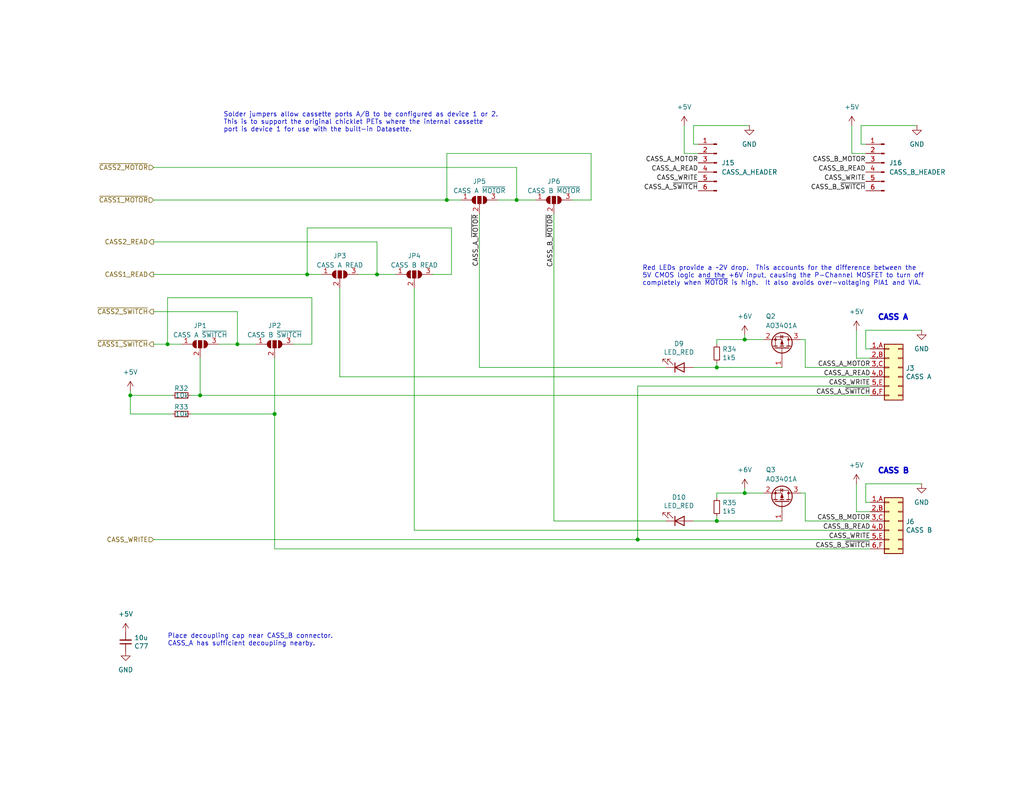
<source format=kicad_sch>
(kicad_sch (version 20231120) (generator "eeschema") (generator_version "8.0")
  (paper "A")
  (title_block (title "EconoPET 40/8096") (date "2023-10-01") (rev "A"))
  (lib_symbols
    (symbol "Connector:Conn_01x06_Pin" (pin_names (offset 1.016) hide)
      (property "Reference" "J" (at 0 7.62 0))
      (property "Value" "Conn_01x06_Pin" (at 0 -10.16 0))
      (symbol "Conn_01x06_Pin_1_1"
        (polyline (pts (xy 1.27 -7.62) (xy 0.8636 -7.62)) (stroke (width 0.1524)))
        (polyline (pts (xy 1.27 -5.08) (xy 0.8636 -5.08)) (stroke (width 0.1524)))
        (polyline (pts (xy 1.27 -2.54) (xy 0.8636 -2.54)) (stroke (width 0.1524)))
        (polyline (pts (xy 1.27 0) (xy 0.8636 0)) (stroke (width 0.1524)))
        (polyline (pts (xy 1.27 2.54) (xy 0.8636 2.54)) (stroke (width 0.1524)))
        (polyline (pts (xy 1.27 5.08) (xy 0.8636 5.08)) (stroke (width 0.1524)))
        (rectangle (start 0.8636 -7.493) (end 0 -7.747) (stroke (width 0.1524)) (fill (type outline)))
        (rectangle (start 0.8636 -4.953) (end 0 -5.207) (stroke (width 0.1524)) (fill (type outline)))
        (rectangle (start 0.8636 -2.413) (end 0 -2.667) (stroke (width 0.1524)) (fill (type outline)))
        (rectangle (start 0.8636 0.127) (end 0 -0.127) (stroke (width 0.1524)) (fill (type outline)))
        (rectangle (start 0.8636 2.667) (end 0 2.413) (stroke (width 0.1524)) (fill (type outline)))
        (rectangle (start 0.8636 5.207) (end 0 4.953) (stroke (width 0.1524)) (fill (type outline)))
        (pin passive line (at 5.08 5.08 180) (length 3.81) (name "Pin_1") (number "1"))
        (pin passive line (at 5.08 2.54 180) (length 3.81) (name "Pin_2") (number "2"))
        (pin passive line (at 5.08 0 180) (length 3.81) (name "Pin_3") (number "3"))
        (pin passive line (at 5.08 -2.54 180) (length 3.81) (name "Pin_4") (number "4"))
        (pin passive line (at 5.08 -5.08 180) (length 3.81) (name "Pin_5") (number "5"))
        (pin passive line (at 5.08 -7.62 180) (length 3.81) (name "Pin_6") (number "6"))
      )
    )
    (symbol "Device:C_Small" (pin_numbers hide) (pin_names (offset 0.254) hide)
      (property "Reference" "C" (at 0.254 1.778 0))
      (property "Value" "C_Small" (at 0.254 -2.032 0))
      (symbol "C_Small_0_1"
        (polyline (pts (xy -1.524 -0.508) (xy 1.524 -0.508)) (stroke (width 0.3302)))
        (polyline (pts (xy -1.524 0.508) (xy 1.524 0.508)) (stroke (width 0.3048)))
      )
      (symbol "C_Small_1_1"
        (pin passive line (at 0 2.54 270) (length 2.032) (name "~") (number "1"))
        (pin passive line (at 0 -2.54 90) (length 2.032) (name "~") (number "2"))
      )
    )
    (symbol "Device:LED" (pin_numbers hide) (pin_names (offset 1.016) hide)
      (property "Reference" "D" (at 0 2.54 0))
      (property "Value" "LED" (at 0 -2.54 0))
      (symbol "LED_0_1"
        (polyline (pts (xy -1.27 -1.27) (xy -1.27 1.27)) (stroke (width 0.254)))
        (polyline (pts (xy -1.27 0) (xy 1.27 0)))
        (polyline (pts (xy 1.27 -1.27) (xy 1.27 1.27) (xy -1.27 0) (xy 1.27 -1.27)) (stroke (width 0.254)))
        (polyline (pts (xy -3.048 -0.762) (xy -4.572 -2.286) (xy -3.81 -2.286) (xy -4.572 -2.286) (xy -4.572 -1.524)))
        (polyline (pts (xy -1.778 -0.762) (xy -3.302 -2.286) (xy -2.54 -2.286) (xy -3.302 -2.286) (xy -3.302 -1.524)))
      )
      (symbol "LED_1_1"
        (pin passive line (at -3.81 0 0) (length 2.54) (name "K") (number "1"))
        (pin passive line (at 3.81 0 180) (length 2.54) (name "A") (number "2"))
      )
    )
    (symbol "Device:R_Small" (pin_numbers hide) (pin_names (offset 0.254) hide)
      (property "Reference" "R" (at 0.762 0.508 0))
      (property "Value" "R_Small" (at 0.762 -1.016 0))
      (symbol "R_Small_0_1"
        (rectangle (start -0.762 1.778) (end 0.762 -1.778) (stroke (width 0.2032)))
      )
      (symbol "R_Small_1_1"
        (pin passive line (at 0 2.54 270) (length 0.762) (name "~") (number "1"))
        (pin passive line (at 0 -2.54 90) (length 0.762) (name "~") (number "2"))
      )
    )
    (symbol "EconoPET:CBM_PET_CASS_Conn_01x06_Card_Edge" (pin_names (offset 1.016) hide)
      (property "Reference" "J" (at 4.572 -0.2032 0))
      (property "Value" "CASS" (at 4.572 -2.5146 0))
      (symbol "CBM_PET_CASS_Conn_01x06_Card_Edge_1_1"
        (rectangle (start -1.27 -7.493) (end 0 -7.747) (stroke (width 0.1524)))
        (rectangle (start -1.27 -4.953) (end 0 -5.207) (stroke (width 0.1524)))
        (rectangle (start -1.27 -2.413) (end 0 -2.667) (stroke (width 0.1524)))
        (rectangle (start -1.27 0.127) (end 0 -0.127) (stroke (width 0.1524)))
        (rectangle (start -1.27 2.667) (end 0 2.413) (stroke (width 0.1524)))
        (rectangle (start -1.27 5.207) (end 0 4.953) (stroke (width 0.1524)))
        (rectangle (start -1.27 6.35) (end 3.81 -8.89) (stroke (width 0.254)) (fill (type background)))
        (rectangle (start 3.81 -7.493) (end 2.54 -7.747) (stroke (width 0.1524)))
        (rectangle (start 3.81 -4.953) (end 2.54 -5.207) (stroke (width 0.1524)))
        (rectangle (start 3.81 -2.413) (end 2.54 -2.667) (stroke (width 0.1524)))
        (rectangle (start 3.81 0.127) (end 2.54 -0.127) (stroke (width 0.1524)))
        (rectangle (start 3.81 2.667) (end 2.54 2.413) (stroke (width 0.1524)))
        (rectangle (start 3.81 5.207) (end 2.54 4.953) (stroke (width 0.1524)))
        (pin passive line (at -5.08 5.08 0) (length 3.81) (name "GND") (number "1,A"))
        (pin passive line (at -5.08 2.54 0) (length 3.81) (name "+5V") (number "2,B"))
        (pin passive line (at -5.08 0 0) (length 3.81) (name "MOTOR") (number "3,C"))
        (pin passive line (at -5.08 -2.54 0) (length 3.81) (name "READ") (number "4,D"))
        (pin passive line (at -5.08 -5.08 0) (length 3.81) (name "WRITE") (number "5,E"))
        (pin passive line (at -5.08 -7.62 0) (length 3.81) (name "SWITCH") (number "6,F"))
      )
    )
    (symbol "Jumper:SolderJumper_3_Open" (pin_names (offset 0) hide)
      (property "Reference" "JP" (at -2.54 -2.54 0))
      (property "Value" "SolderJumper_3_Open" (at 0 2.794 0))
      (symbol "SolderJumper_3_Open_0_1"
        (arc (start -1.016 1.016) (mid -2.0275 0) (end -1.016 -1.016))
        (arc (start -1.016 1.016) (mid -2.0275 0) (end -1.016 -1.016) (fill (type outline)))
        (rectangle (start -0.508 1.016) (end 0.508 -1.016) (fill (type outline)))
        (polyline (pts (xy -2.54 0) (xy -2.032 0)))
        (polyline (pts (xy -1.016 1.016) (xy -1.016 -1.016)))
        (polyline (pts (xy 0 -1.27) (xy 0 -1.016)))
        (polyline (pts (xy 1.016 1.016) (xy 1.016 -1.016)))
        (polyline (pts (xy 2.54 0) (xy 2.032 0)))
        (arc (start 1.016 -1.016) (mid 2.0275 0) (end 1.016 1.016))
        (arc (start 1.016 -1.016) (mid 2.0275 0) (end 1.016 1.016) (fill (type outline)))
      )
      (symbol "SolderJumper_3_Open_1_1"
        (pin passive line (at -5.08 0 0) (length 2.54) (name "A") (number "1"))
        (pin passive line (at 0 -3.81 90) (length 2.54) (name "C") (number "2"))
        (pin passive line (at 5.08 0 180) (length 2.54) (name "B") (number "3"))
      )
    )
    (symbol "SolderJumper_3_Open_1" (pin_names (offset 0) hide)
      (property "Reference" "JP" (at -2.54 -2.54 0))
      (property "Value" "SolderJumper_3_Open_1" (at 0 2.794 0))
      (symbol "SolderJumper_3_Open_1_0_1"
        (arc (start -1.016 1.016) (mid -2.0275 0) (end -1.016 -1.016))
        (arc (start -1.016 1.016) (mid -2.0275 0) (end -1.016 -1.016) (fill (type outline)))
        (rectangle (start -0.508 1.016) (end 0.508 -1.016) (fill (type outline)))
        (polyline (pts (xy -2.54 0) (xy -2.032 0)))
        (polyline (pts (xy -1.016 1.016) (xy -1.016 -1.016)))
        (polyline (pts (xy 0 -1.27) (xy 0 -1.016)))
        (polyline (pts (xy 1.016 1.016) (xy 1.016 -1.016)))
        (polyline (pts (xy 2.54 0) (xy 2.032 0)))
        (arc (start 1.016 -1.016) (mid 2.0275 0) (end 1.016 1.016))
        (arc (start 1.016 -1.016) (mid 2.0275 0) (end 1.016 1.016) (fill (type outline)))
      )
      (symbol "SolderJumper_3_Open_1_1_1"
        (pin passive line (at -5.08 0 0) (length 2.54) (name "A") (number "1"))
        (pin passive line (at 0 -3.81 90) (length 2.54) (name "C") (number "2"))
        (pin passive line (at 5.08 0 180) (length 2.54) (name "B") (number "3"))
      )
    )
    (symbol "SolderJumper_3_Open_2" (pin_names (offset 0) hide)
      (property "Reference" "JP" (at -2.54 -2.54 0))
      (property "Value" "SolderJumper_3_Open_2" (at 0 2.794 0))
      (symbol "SolderJumper_3_Open_2_0_1"
        (arc (start -1.016 1.016) (mid -2.0275 0) (end -1.016 -1.016))
        (arc (start -1.016 1.016) (mid -2.0275 0) (end -1.016 -1.016) (fill (type outline)))
        (rectangle (start -0.508 1.016) (end 0.508 -1.016) (fill (type outline)))
        (polyline (pts (xy -2.54 0) (xy -2.032 0)))
        (polyline (pts (xy -1.016 1.016) (xy -1.016 -1.016)))
        (polyline (pts (xy 0 -1.27) (xy 0 -1.016)))
        (polyline (pts (xy 1.016 1.016) (xy 1.016 -1.016)))
        (polyline (pts (xy 2.54 0) (xy 2.032 0)))
        (arc (start 1.016 -1.016) (mid 2.0275 0) (end 1.016 1.016))
        (arc (start 1.016 -1.016) (mid 2.0275 0) (end 1.016 1.016) (fill (type outline)))
      )
      (symbol "SolderJumper_3_Open_2_1_1"
        (pin passive line (at -5.08 0 0) (length 2.54) (name "A") (number "1"))
        (pin passive line (at 0 -3.81 90) (length 2.54) (name "C") (number "2"))
        (pin passive line (at 5.08 0 180) (length 2.54) (name "B") (number "3"))
      )
    )
    (symbol "SolderJumper_3_Open_3" (pin_names (offset 0) hide)
      (property "Reference" "JP" (at -2.54 -2.54 0))
      (property "Value" "SolderJumper_3_Open_3" (at 0 2.794 0))
      (symbol "SolderJumper_3_Open_3_0_1"
        (arc (start -1.016 1.016) (mid -2.0275 0) (end -1.016 -1.016))
        (arc (start -1.016 1.016) (mid -2.0275 0) (end -1.016 -1.016) (fill (type outline)))
        (rectangle (start -0.508 1.016) (end 0.508 -1.016) (fill (type outline)))
        (polyline (pts (xy -2.54 0) (xy -2.032 0)))
        (polyline (pts (xy -1.016 1.016) (xy -1.016 -1.016)))
        (polyline (pts (xy 0 -1.27) (xy 0 -1.016)))
        (polyline (pts (xy 1.016 1.016) (xy 1.016 -1.016)))
        (polyline (pts (xy 2.54 0) (xy 2.032 0)))
        (arc (start 1.016 -1.016) (mid 2.0275 0) (end 1.016 1.016))
        (arc (start 1.016 -1.016) (mid 2.0275 0) (end 1.016 1.016) (fill (type outline)))
      )
      (symbol "SolderJumper_3_Open_3_1_1"
        (pin passive line (at -5.08 0 0) (length 2.54) (name "A") (number "1"))
        (pin passive line (at 0 -3.81 90) (length 2.54) (name "C") (number "2"))
        (pin passive line (at 5.08 0 180) (length 2.54) (name "B") (number "3"))
      )
    )
    (symbol "SolderJumper_3_Open_4" (pin_names (offset 0) hide)
      (property "Reference" "JP" (at -2.54 -2.54 0))
      (property "Value" "SolderJumper_3_Open_4" (at 0 2.794 0))
      (symbol "SolderJumper_3_Open_4_0_1"
        (arc (start -1.016 1.016) (mid -2.0275 0) (end -1.016 -1.016))
        (arc (start -1.016 1.016) (mid -2.0275 0) (end -1.016 -1.016) (fill (type outline)))
        (rectangle (start -0.508 1.016) (end 0.508 -1.016) (fill (type outline)))
        (polyline (pts (xy -2.54 0) (xy -2.032 0)))
        (polyline (pts (xy -1.016 1.016) (xy -1.016 -1.016)))
        (polyline (pts (xy 0 -1.27) (xy 0 -1.016)))
        (polyline (pts (xy 1.016 1.016) (xy 1.016 -1.016)))
        (polyline (pts (xy 2.54 0) (xy 2.032 0)))
        (arc (start 1.016 -1.016) (mid 2.0275 0) (end 1.016 1.016))
        (arc (start 1.016 -1.016) (mid 2.0275 0) (end 1.016 1.016) (fill (type outline)))
      )
      (symbol "SolderJumper_3_Open_4_1_1"
        (pin passive line (at -5.08 0 0) (length 2.54) (name "A") (number "1"))
        (pin passive line (at 0 -3.81 90) (length 2.54) (name "C") (number "2"))
        (pin passive line (at 5.08 0 180) (length 2.54) (name "B") (number "3"))
      )
    )
    (symbol "SolderJumper_3_Open_5" (pin_names (offset 0) hide)
      (property "Reference" "JP" (at -2.54 -2.54 0))
      (property "Value" "SolderJumper_3_Open_5" (at 0 2.794 0))
      (symbol "SolderJumper_3_Open_5_0_1"
        (arc (start -1.016 1.016) (mid -2.0275 0) (end -1.016 -1.016))
        (arc (start -1.016 1.016) (mid -2.0275 0) (end -1.016 -1.016) (fill (type outline)))
        (rectangle (start -0.508 1.016) (end 0.508 -1.016) (fill (type outline)))
        (polyline (pts (xy -2.54 0) (xy -2.032 0)))
        (polyline (pts (xy -1.016 1.016) (xy -1.016 -1.016)))
        (polyline (pts (xy 0 -1.27) (xy 0 -1.016)))
        (polyline (pts (xy 1.016 1.016) (xy 1.016 -1.016)))
        (polyline (pts (xy 2.54 0) (xy 2.032 0)))
        (arc (start 1.016 -1.016) (mid 2.0275 0) (end 1.016 1.016))
        (arc (start 1.016 -1.016) (mid 2.0275 0) (end 1.016 1.016) (fill (type outline)))
      )
      (symbol "SolderJumper_3_Open_5_1_1"
        (pin passive line (at -5.08 0 0) (length 2.54) (name "A") (number "1"))
        (pin passive line (at 0 -3.81 90) (length 2.54) (name "C") (number "2"))
        (pin passive line (at 5.08 0 180) (length 2.54) (name "B") (number "3"))
      )
    )
    (symbol "Transistor_FET:AO3401A" (pin_names hide)
      (property "Reference" "Q" (at 5.08 1.905 0))
      (property "Value" "AO3401A" (at 5.08 0 0))
      (symbol "AO3401A_0_1"
        (polyline (pts (xy 0.254 0) (xy -2.54 0)))
        (polyline (pts (xy 0.254 1.905) (xy 0.254 -1.905)) (stroke (width 0.254)))
        (polyline (pts (xy 0.762 -1.27) (xy 0.762 -2.286)) (stroke (width 0.254)))
        (polyline (pts (xy 0.762 0.508) (xy 0.762 -0.508)) (stroke (width 0.254)))
        (polyline (pts (xy 0.762 2.286) (xy 0.762 1.27)) (stroke (width 0.254)))
        (polyline (pts (xy 2.54 2.54) (xy 2.54 1.778)))
        (polyline (pts (xy 2.54 -2.54) (xy 2.54 0) (xy 0.762 0)))
        (polyline (pts (xy 0.762 1.778) (xy 3.302 1.778) (xy 3.302 -1.778) (xy 0.762 -1.778)))
        (polyline (pts (xy 2.286 0) (xy 1.27 0.381) (xy 1.27 -0.381) (xy 2.286 0)) (fill (type outline)))
        (polyline (pts (xy 2.794 -0.508) (xy 2.921 -0.381) (xy 3.683 -0.381) (xy 3.81 -0.254)))
        (polyline (pts (xy 3.302 -0.381) (xy 2.921 0.254) (xy 3.683 0.254) (xy 3.302 -0.381)))
        (circle (center 1.651 0) (radius 2.794) (stroke (width 0.254)))
        (circle (center 2.54 -1.778) (radius 0.254) (fill (type outline)))
        (circle (center 2.54 1.778) (radius 0.254) (fill (type outline)))
      )
      (symbol "AO3401A_1_1"
        (pin input line (at -5.08 0 0) (length 2.54) (name "G") (number "1"))
        (pin passive line (at 2.54 -5.08 90) (length 2.54) (name "S") (number "2"))
        (pin passive line (at 2.54 5.08 270) (length 2.54) (name "D") (number "3"))
      )
    )
    (symbol "power:+5V" (power) (pin_numbers hide) (pin_names (offset 0) hide)
      (property "Value" "+5V" (at 0 3.556 0))
      (symbol "+5V_0_1"
        (polyline (pts (xy -0.762 1.27) (xy 0 2.54)))
        (polyline (pts (xy 0 0) (xy 0 2.54)))
        (polyline (pts (xy 0 2.54) (xy 0.762 1.27)))
      )
      (symbol "+5V_1_1"
        (pin power_in line (at 0 0 90) (length 0) (name "~") (number "1"))
      )
    )
    (symbol "power:+6V" (power) (pin_numbers hide) (pin_names (offset 0) hide)
      (property "Value" "+6V" (at 0 3.556 0))
      (symbol "+6V_0_1"
        (polyline (pts (xy -0.762 1.27) (xy 0 2.54)))
        (polyline (pts (xy 0 0) (xy 0 2.54)))
        (polyline (pts (xy 0 2.54) (xy 0.762 1.27)))
      )
      (symbol "+6V_1_1"
        (pin power_in line (at 0 0 90) (length 0) (name "~") (number "1"))
      )
    )
    (symbol "power:GND" (power) (pin_numbers hide) (pin_names (offset 0) hide)
      (property "Value" "GND" (at 0 -3.81 0))
      (symbol "GND_0_1"
        (polyline (pts (xy 0 0) (xy 0 -1.27) (xy 1.27 -1.27) (xy 0 -2.54) (xy -1.27 -1.27) (xy 0 -1.27)))
      )
      (symbol "GND_1_1"
        (pin power_in line (at 0 0 270) (length 0) (name "~") (number "1"))
      )
    )
  )
  (junction (at 74.93 113.03))
  (junction (at 203.2 92.71))
  (junction (at 35.56 107.95))
  (junction (at 45.72 93.98))
  (junction (at 102.87 74.93))
  (junction (at 203.2 134.62))
  (junction (at 195.58 100.33))
  (junction (at 64.77 93.98))
  (junction (at 195.58 142.24))
  (junction (at 121.92 54.61))
  (junction (at 83.82 74.93))
  (junction (at 173.99 147.32))
  (junction (at 54.61 107.95))
  (junction (at 140.97 54.61))
  (wire (pts (xy 130.81 100.33) (xy 181.61 100.33)))
  (wire (pts (xy 189.23 39.37) (xy 189.23 34.29)))
  (wire (pts (xy 123.19 62.23) (xy 123.19 74.93)))
  (wire (pts (xy 35.56 113.03) (xy 46.99 113.03)))
  (wire (pts (xy 237.49 137.16) (xy 236.22 137.16)))
  (wire (pts (xy 102.87 66.04) (xy 102.87 74.93)))
  (wire (pts (xy 195.58 134.62) (xy 203.2 134.62)))
  (wire (pts (xy 54.61 107.95) (xy 237.49 107.95)))
  (wire (pts (xy 186.69 41.91) (xy 186.69 34.29)))
  (wire (pts (xy 189.23 142.24) (xy 195.58 142.24)))
  (wire (pts (xy 219.71 134.62) (xy 219.71 142.24)))
  (wire (pts (xy 74.93 113.03) (xy 74.93 149.86)))
  (wire (pts (xy 45.72 93.98) (xy 45.72 81.28)))
  (wire (pts (xy 186.69 41.91) (xy 190.5 41.91)))
  (wire (pts (xy 54.61 97.79) (xy 54.61 107.95)))
  (wire (pts (xy 151.13 142.24) (xy 181.61 142.24)))
  (wire (pts (xy 45.72 93.98) (xy 49.53 93.98)))
  (wire (pts (xy 41.91 66.04) (xy 102.87 66.04)))
  (wire (pts (xy 236.22 95.25) (xy 236.22 90.17)))
  (wire (pts (xy 234.95 34.29) (xy 250.19 34.29)))
  (wire (pts (xy 236.22 132.08) (xy 251.46 132.08)))
  (wire (pts (xy 140.97 45.72) (xy 140.97 54.61)))
  (wire (pts (xy 59.69 93.98) (xy 64.77 93.98)))
  (wire (pts (xy 236.22 39.37) (xy 234.95 39.37)))
  (wire (pts (xy 97.79 74.93) (xy 102.87 74.93)))
  (wire (pts (xy 195.58 99.06) (xy 195.58 100.33)))
  (wire (pts (xy 203.2 133.35) (xy 203.2 134.62)))
  (wire (pts (xy 102.87 74.93) (xy 107.95 74.93)))
  (wire (pts (xy 85.09 81.28) (xy 85.09 93.98)))
  (wire (pts (xy 218.44 134.62) (xy 219.71 134.62)))
  (wire (pts (xy 236.22 137.16) (xy 236.22 132.08)))
  (wire (pts (xy 41.91 74.93) (xy 83.82 74.93)))
  (wire (pts (xy 92.71 78.74) (xy 92.71 102.87)))
  (wire (pts (xy 173.99 105.41) (xy 173.99 147.32)))
  (wire (pts (xy 173.99 147.32) (xy 237.49 147.32)))
  (wire (pts (xy 140.97 54.61) (xy 146.05 54.61)))
  (wire (pts (xy 219.71 100.33) (xy 237.49 100.33)))
  (wire (pts (xy 64.77 85.09) (xy 64.77 93.98)))
  (wire (pts (xy 41.91 45.72) (xy 140.97 45.72)))
  (wire (pts (xy 130.81 58.42) (xy 130.81 100.33)))
  (wire (pts (xy 85.09 93.98) (xy 80.01 93.98)))
  (wire (pts (xy 161.29 54.61) (xy 156.21 54.61)))
  (wire (pts (xy 190.5 39.37) (xy 189.23 39.37)))
  (wire (pts (xy 232.41 41.91) (xy 236.22 41.91)))
  (wire (pts (xy 74.93 149.86) (xy 237.49 149.86)))
  (wire (pts (xy 35.56 106.68) (xy 35.56 107.95)))
  (wire (pts (xy 195.58 100.33) (xy 213.36 100.33)))
  (wire (pts (xy 121.92 54.61) (xy 121.92 41.91)))
  (wire (pts (xy 233.68 97.79) (xy 237.49 97.79)))
  (wire (pts (xy 203.2 92.71) (xy 208.28 92.71)))
  (wire (pts (xy 237.49 95.25) (xy 236.22 95.25)))
  (wire (pts (xy 161.29 41.91) (xy 161.29 54.61)))
  (wire (pts (xy 189.23 34.29) (xy 204.47 34.29)))
  (wire (pts (xy 113.03 78.74) (xy 113.03 144.78)))
  (wire (pts (xy 41.91 85.09) (xy 64.77 85.09)))
  (wire (pts (xy 233.68 139.7) (xy 237.49 139.7)))
  (wire (pts (xy 233.68 97.79) (xy 233.68 90.17)))
  (wire (pts (xy 35.56 107.95) (xy 35.56 113.03)))
  (wire (pts (xy 219.71 142.24) (xy 237.49 142.24)))
  (wire (pts (xy 83.82 74.93) (xy 87.63 74.93)))
  (wire (pts (xy 195.58 92.71) (xy 203.2 92.71)))
  (wire (pts (xy 83.82 74.93) (xy 83.82 62.23)))
  (wire (pts (xy 195.58 142.24) (xy 213.36 142.24)))
  (wire (pts (xy 234.95 39.37) (xy 234.95 34.29)))
  (wire (pts (xy 195.58 134.62) (xy 195.58 135.89)))
  (wire (pts (xy 83.82 62.23) (xy 123.19 62.23)))
  (wire (pts (xy 123.19 74.93) (xy 118.11 74.93)))
  (wire (pts (xy 203.2 91.44) (xy 203.2 92.71)))
  (wire (pts (xy 74.93 97.79) (xy 74.93 113.03)))
  (wire (pts (xy 195.58 92.71) (xy 195.58 93.98)))
  (wire (pts (xy 121.92 54.61) (xy 125.73 54.61)))
  (wire (pts (xy 41.91 54.61) (xy 121.92 54.61)))
  (wire (pts (xy 236.22 90.17) (xy 251.46 90.17)))
  (wire (pts (xy 232.41 41.91) (xy 232.41 34.29)))
  (wire (pts (xy 219.71 92.71) (xy 219.71 100.33)))
  (wire (pts (xy 135.89 54.61) (xy 140.97 54.61)))
  (wire (pts (xy 195.58 140.97) (xy 195.58 142.24)))
  (wire (pts (xy 151.13 58.42) (xy 151.13 142.24)))
  (wire (pts (xy 64.77 93.98) (xy 69.85 93.98)))
  (wire (pts (xy 121.92 41.91) (xy 161.29 41.91)))
  (wire (pts (xy 218.44 92.71) (xy 219.71 92.71)))
  (wire (pts (xy 113.03 144.78) (xy 237.49 144.78)))
  (wire (pts (xy 52.07 113.03) (xy 74.93 113.03)))
  (wire (pts (xy 35.56 107.95) (xy 46.99 107.95)))
  (wire (pts (xy 233.68 139.7) (xy 233.68 132.08)))
  (wire (pts (xy 41.91 93.98) (xy 45.72 93.98)))
  (wire (pts (xy 92.71 102.87) (xy 237.49 102.87)))
  (wire (pts (xy 237.49 105.41) (xy 173.99 105.41)))
  (wire (pts (xy 45.72 81.28) (xy 85.09 81.28)))
  (wire (pts (xy 41.91 147.32) (xy 173.99 147.32)))
  (wire (pts (xy 203.2 134.62) (xy 208.28 134.62)))
  (wire (pts (xy 189.23 100.33) (xy 195.58 100.33)))
  (wire (pts (xy 52.07 107.95) (xy 54.61 107.95)))
  (text "Solder jumpers allow cassette ports A/B to be configured as device 1 or 2.\nThis is to support the original chicklet PETs where the internal cassette\nport is device 1 for use with the built-in Datasette.\n" (at 60.96 36.195 0) (effects (font (size 1.27 1.27)) (justify left bottom)))
  (text "CASS B" (at 239.395 129.54 0) (effects (font (size 1.5 1.5) (thickness 0.8) (bold yes)) (justify left bottom)))
  (text "Red LEDs provide a ~2V drop.  This accounts for the difference between the\n5V CMOS logic and the +6V input, causing the P-Channel MOSFET to turn off\ncompletely when ~{MOTOR} is high.  It also avoids over-voltaging PIA1 and VIA." (at 175.26 78.105 0) (effects (font (size 1.27 1.27)) (justify left bottom)))
  (text "CASS A" (at 239.395 87.63 0) (effects (font (size 1.5 1.5) (thickness 0.8) (bold yes)) (justify left bottom)))
  (text "Place decoupling cap near CASS_B connector.\nCASS_A has sufficient decoupling nearby. " (at 45.72 176.53 0) (effects (font (size 1.27 1.27)) (justify left bottom)))
  (label "CASS_B_~{MOTOR}" (at 151.13 58.42 270))
  (label "CASS_WRITE" (at 237.49 147.32 180))
  (label "CASS_B_MOTOR" (at 237.49 142.24 180))
  (label "CASS_WRITE" (at 190.5 49.53 180))
  (label "CASS_A_MOTOR" (at 237.49 100.33 180))
  (label "CASS_B_READ" (at 236.22 46.99 180))
  (label "CASS_A_~{MOTOR}" (at 130.81 58.42 270))
  (label "CASS_B_MOTOR" (at 236.22 44.45 180))
  (label "CASS_A_~{SWITCH}" (at 237.49 107.95 180))
  (label "CASS_A_~{SWITCH}" (at 190.5 52.07 180))
  (label "CASS_B_READ" (at 237.49 144.78 180))
  (label "CASS_A_READ" (at 190.5 46.99 180))
  (label "CASS_A_READ" (at 237.49 102.87 180))
  (label "CASS_B_~{SWITCH}" (at 237.49 149.86 180))
  (label "CASS_A_MOTOR" (at 190.5 44.45 180))
  (label "CASS_WRITE" (at 237.49 105.41 180))
  (label "CASS_WRITE" (at 236.22 49.53 180))
  (label "CASS_B_~{SWITCH}" (at 236.22 52.07 180))
  (hierarchical_label "CASS_WRITE" (shape input) (at 41.91 147.32 180))
  (hierarchical_label "~{CASS1_SWITCH}" (shape output) (at 41.91 93.98 180))
  (hierarchical_label "CASS2_READ" (shape output) (at 41.91 66.04 180))
  (hierarchical_label "~{CASS1_MOTOR}" (shape input) (at 41.91 54.61 180))
  (hierarchical_label "CASS1_READ" (shape output) (at 41.91 74.93 180))
  (hierarchical_label "~{CASS2_SWITCH}" (shape output) (at 41.91 85.09 180))
  (hierarchical_label "~{CASS2_MOTOR}" (shape input) (at 41.91 45.72 180))
  (symbol (lib_id "EconoPET:CBM_PET_CASS_Conn_01x06_Card_Edge") (at 242.57 142.24 0) (unit 1)
    (property "Reference" "J6" (at 247.142 142.4432 0) (effects (justify left)))
    (property "Value" "CASS B" (at 247.142 144.7546 0) (effects (justify left)))
    (property "Footprint" "EconoPET:CBM_PET_CASS_EDGE_CON_12P" (effects (hide yes)))
  )
  (symbol (lib_id "EconoPET:CBM_PET_CASS_Conn_01x06_Card_Edge") (at 242.57 100.33 0) (unit 1)
    (property "Reference" "J3" (at 247.142 100.5332 0) (effects (justify left)))
    (property "Value" "CASS A" (at 247.142 102.8446 0) (effects (justify left)))
    (property "Footprint" "EconoPET:CBM_PET_CASS_EDGE_CON_12P" (effects (hide yes)))
  )
  (symbol (lib_id "Device:R_Small") (at 49.53 107.95 90) (unit 1)
    (property "Reference" "R32" (at 51.435 106.045 90) (effects (justify left)))
    (property "Value" "10k" (at 51.435 107.95 90) (effects (justify left)))
    (property "Footprint" "Resistor_SMD:R_0402_1005Metric" (effects (hide yes)))
    (property "Datasheet" "https://datasheet.lcsc.com/lcsc/2206010100_UNI-ROYAL-Uniroyal-Elec-0402WGF1002TCE_C25744.pdf" (effects (hide yes)))
    (property "LCSC" "C25744" (effects (hide yes)))
  )
  (symbol (lib_id "Transistor_FET:AO3401A") (at 213.36 95.25 270) (mirror x) (unit 1)
    (property "Reference" "Q2" (at 208.915 86.36 90) (effects (justify left)))
    (property "Value" "AO3401A" (at 208.915 88.9 90) (effects (justify left)))
    (property "Footprint" "EconoPET:SOT-23_L2.9-W1.3-P1.90-LS2.4-BR" (effects (hide yes)))
    (property "Datasheet" "https://datasheet.lcsc.com/lcsc/1810171817_Alpha---Omega-Semicon-AO3401A_C15127.pdf" (effects (hide yes)))
    (property "Description" "-4.0A Id, -30V Vds, P-Channel MOSFET, SOT-23" (effects (hide yes)))
    (property "LCSC" "C15127" (effects (hide yes)))
  )
  (symbol (lib_id "Transistor_FET:AO3401A") (at 213.36 137.16 270) (mirror x) (unit 1)
    (property "Reference" "Q3" (at 208.915 128.27 90) (effects (justify left)))
    (property "Value" "AO3401A" (at 208.915 130.81 90) (effects (justify left)))
    (property "Footprint" "EconoPET:SOT-23_L2.9-W1.3-P1.90-LS2.4-BR" (effects (hide yes)))
    (property "Datasheet" "https://datasheet.lcsc.com/lcsc/1810171817_Alpha---Omega-Semicon-AO3401A_C15127.pdf" (effects (hide yes)))
    (property "Description" "-4.0A Id, -30V Vds, P-Channel MOSFET, SOT-23" (effects (hide yes)))
    (property "LCSC" "C15127" (effects (hide yes)))
  )
  (symbol (lib_id "Connector:Conn_01x06_Pin") (at 195.58 44.45 0) (mirror y) (unit 1)
    (property "Reference" "J15" (at 196.85 44.4499 0) (effects (justify right)))
    (property "Value" "CASS_A_HEADER" (at 196.85 46.9899 0) (effects (justify right)))
    (property "Footprint" "Connector_PinHeader_2.54mm:PinHeader_1x06_P2.54mm_Vertical" (effects (hide yes)))
    (property "Description" "Generic connector, single row, 01x06, script generated" (effects (hide yes)))
    (property "MOUSER" "649-1012937891002BLF" (effects (hide yes)))
  )
  (symbol (lib_id "power:GND") (at 250.19 34.29 0) (unit 1)
    (property "Reference" "#PWR0132" (effects (hide yes)))
    (property "Value" "GND" (at 250.19 39.37 0))
    (property "Description" "Power symbol creates a global label with name \"GND\" , ground" (effects (hide yes)))
  )
  (symbol (lib_name "SolderJumper_3_Open_1") (lib_id "Jumper:SolderJumper_3_Open") (at 130.81 54.61 0) (unit 1)
    (property "Reference" "JP5" (at 130.81 49.53 0))
    (property "Value" "CASS A ~{MOTOR}" (at 130.81 52.07 0))
    (property "Footprint" "Jumper:SolderJumper-3_P1.3mm_Bridged12_RoundedPad1.0x1.5mm" (effects (hide yes)))
  )
  (symbol (lib_id "power:+5V") (at 34.29 172.72 0) (unit 1)
    (property "Reference" "#PWR0122" (effects (hide yes)))
    (property "Value" "+5V" (at 34.29 167.64 0))
    (property "Description" "Power symbol creates a global label with name \"+5V\"" (effects (hide yes)))
  )
  (symbol (lib_id "Jumper:SolderJumper_3_Open") (at 54.61 93.98 0) (unit 1)
    (property "Reference" "JP1" (at 54.61 88.9 0))
    (property "Value" "CASS A ~{SWITCH}" (at 54.61 91.44 0))
    (property "Footprint" "Jumper:SolderJumper-3_P1.3mm_Bridged12_RoundedPad1.0x1.5mm" (effects (hide yes)))
  )
  (symbol (lib_id "Device:R_Small") (at 195.58 96.52 0) (unit 1)
    (property "Reference" "R34" (at 197.0786 95.3516 0) (effects (justify left)))
    (property "Value" "1k5" (at 197.0786 97.663 0) (effects (justify left)))
    (property "Footprint" "Resistor_SMD:R_0402_1005Metric" (effects (hide yes)))
    (property "Datasheet" "https://datasheet.lcsc.com/lcsc/2206010045_UNI-ROYAL-Uniroyal-Elec-0402WGF1501TCE_C25867.pdf" (effects (hide yes)))
    (property "LCSC" "C25867" (effects (hide yes)))
  )
  (symbol (lib_id "power:GND") (at 251.46 90.17 0) (unit 1)
    (property "Reference" "#PWR0133" (effects (hide yes)))
    (property "Value" "GND" (at 251.46 95.25 0))
    (property "Description" "Power symbol creates a global label with name \"GND\" , ground" (effects (hide yes)))
  )
  (symbol (lib_name "SolderJumper_3_Open_2") (lib_id "Jumper:SolderJumper_3_Open") (at 92.71 74.93 0) (unit 1)
    (property "Reference" "JP3" (at 92.71 69.85 0))
    (property "Value" "CASS A READ" (at 92.71 72.39 0))
    (property "Footprint" "Jumper:SolderJumper-3_P1.3mm_Bridged12_RoundedPad1.0x1.5mm" (effects (hide yes)))
  )
  (symbol (lib_id "Device:C_Small") (at 34.29 175.26 0) (mirror x) (unit 1)
    (property "Reference" "C77" (at 36.6268 176.4284 0) (effects (justify left)))
    (property "Value" "10u" (at 36.6268 174.117 0) (effects (justify left)))
    (property "Footprint" "Capacitor_SMD:C_0603_1608Metric" (effects (hide yes)))
    (property "Datasheet" "https://product.samsungsem.com/mlcc/CL10A106MA8NRN.do" (effects (hide yes)))
    (property "LCSC" "C96446" (effects (hide yes)))
  )
  (symbol (lib_name "SolderJumper_3_Open_5") (lib_id "Jumper:SolderJumper_3_Open") (at 74.93 93.98 0) (unit 1)
    (property "Reference" "JP2" (at 74.93 88.9 0))
    (property "Value" "CASS B ~{SWITCH}" (at 74.93 91.44 0))
    (property "Footprint" "Jumper:SolderJumper-3_P1.3mm_Bridged12_RoundedPad1.0x1.5mm" (effects (hide yes)))
  )
  (symbol (lib_id "power:+5V") (at 186.69 34.29 0) (unit 1)
    (property "Reference" "#PWR0125" (effects (hide yes)))
    (property "Value" "+5V" (at 186.69 29.21 0))
    (property "Description" "Power symbol creates a global label with name \"+5V\"" (effects (hide yes)))
  )
  (symbol (lib_id "power:GND") (at 251.46 132.08 0) (unit 1)
    (property "Reference" "#PWR0134" (effects (hide yes)))
    (property "Value" "GND" (at 251.46 137.16 0))
    (property "Description" "Power symbol creates a global label with name \"GND\" , ground" (effects (hide yes)))
  )
  (symbol (lib_id "power:+5V") (at 233.68 132.08 0) (unit 1)
    (property "Reference" "#PWR0131" (effects (hide yes)))
    (property "Value" "+5V" (at 233.68 127 0))
    (property "Description" "Power symbol creates a global label with name \"+5V\"" (effects (hide yes)))
  )
  (symbol (lib_id "power:+5V") (at 232.41 34.29 0) (unit 1)
    (property "Reference" "#PWR0129" (effects (hide yes)))
    (property "Value" "+5V" (at 232.41 29.21 0))
    (property "Description" "Power symbol creates a global label with name \"+5V\"" (effects (hide yes)))
  )
  (symbol (lib_id "Device:LED") (at 185.42 100.33 0) (mirror x) (unit 1)
    (property "Reference" "D9" (at 185.2422 93.853 0))
    (property "Value" "LED_RED" (at 185.2422 96.1644 0))
    (property "Footprint" "LED_SMD:LED_0603_1608Metric" (effects (hide yes)))
    (property "Datasheet" "https://datasheet.lcsc.com/lcsc/1810231112_Hubei-KENTO-Elec-KT-0603R_C2286.pdf" (effects (hide yes)))
    (property "LCSC" "C2286" (effects (hide yes)))
  )
  (symbol (lib_id "Connector:Conn_01x06_Pin") (at 241.3 44.45 0) (mirror y) (unit 1)
    (property "Reference" "J16" (at 242.57 44.4499 0) (effects (justify right)))
    (property "Value" "CASS_B_HEADER" (at 242.57 46.9899 0) (effects (justify right)))
    (property "Footprint" "Connector_PinHeader_2.54mm:PinHeader_1x06_P2.54mm_Vertical" (effects (hide yes)))
    (property "Description" "Generic connector, single row, 01x06, script generated" (effects (hide yes)))
    (property "MOUSER" "649-1012937891002BLF" (effects (hide yes)))
  )
  (symbol (lib_id "power:GND") (at 34.29 177.8 0) (unit 1)
    (property "Reference" "#PWR0123" (effects (hide yes)))
    (property "Value" "GND" (at 34.29 182.88 0))
    (property "Description" "Power symbol creates a global label with name \"GND\" , ground" (effects (hide yes)))
  )
  (symbol (lib_id "Device:R_Small") (at 195.58 138.43 0) (unit 1)
    (property "Reference" "R35" (at 197.0786 137.2616 0) (effects (justify left)))
    (property "Value" "1k5" (at 197.0786 139.573 0) (effects (justify left)))
    (property "Footprint" "Resistor_SMD:R_0402_1005Metric" (effects (hide yes)))
    (property "Datasheet" "https://datasheet.lcsc.com/lcsc/2206010045_UNI-ROYAL-Uniroyal-Elec-0402WGF1501TCE_C25867.pdf" (effects (hide yes)))
    (property "LCSC" "C25867" (effects (hide yes)))
  )
  (symbol (lib_id "Device:LED") (at 185.42 142.24 0) (mirror x) (unit 1)
    (property "Reference" "D10" (at 185.2422 135.763 0))
    (property "Value" "LED_RED" (at 185.2422 138.0744 0))
    (property "Footprint" "LED_SMD:LED_0603_1608Metric" (effects (hide yes)))
    (property "Datasheet" "https://datasheet.lcsc.com/lcsc/1810231112_Hubei-KENTO-Elec-KT-0603R_C2286.pdf" (effects (hide yes)))
    (property "LCSC" "C2286" (effects (hide yes)))
  )
  (symbol (lib_id "power:+6V") (at 203.2 133.35 0) (unit 1)
    (property "Reference" "#PWR0127" (effects (hide yes)))
    (property "Value" "+6V" (at 203.2 128.27 0))
    (property "Description" "Power symbol creates a global label with name \"+6V\"" (effects (hide yes)))
  )
  (symbol (lib_id "power:GND") (at 204.47 34.29 0) (unit 1)
    (property "Reference" "#PWR0128" (effects (hide yes)))
    (property "Value" "GND" (at 204.47 39.37 0))
    (property "Description" "Power symbol creates a global label with name \"GND\" , ground" (effects (hide yes)))
  )
  (symbol (lib_id "power:+6V") (at 203.2 91.44 0) (unit 1)
    (property "Reference" "#PWR0126" (effects (hide yes)))
    (property "Value" "+6V" (at 203.2 86.36 0))
    (property "Description" "Power symbol creates a global label with name \"+6V\"" (effects (hide yes)))
  )
  (symbol (lib_id "power:+5V") (at 233.68 90.17 0) (unit 1)
    (property "Reference" "#PWR0130" (effects (hide yes)))
    (property "Value" "+5V" (at 233.68 85.09 0))
    (property "Description" "Power symbol creates a global label with name \"+5V\"" (effects (hide yes)))
  )
  (symbol (lib_name "SolderJumper_3_Open_3") (lib_id "Jumper:SolderJumper_3_Open") (at 151.13 54.61 0) (unit 1)
    (property "Reference" "JP6" (at 151.13 49.53 0))
    (property "Value" "CASS B ~{MOTOR}" (at 151.13 52.07 0))
    (property "Footprint" "Jumper:SolderJumper-3_P1.3mm_Bridged12_RoundedPad1.0x1.5mm" (effects (hide yes)))
  )
  (symbol (lib_id "power:+5V") (at 35.56 106.68 0) (unit 1)
    (property "Reference" "#PWR0124" (effects (hide yes)))
    (property "Value" "+5V" (at 35.56 101.6 0))
    (property "Description" "Power symbol creates a global label with name \"+5V\"" (effects (hide yes)))
  )
  (symbol (lib_id "Device:R_Small") (at 49.53 113.03 90) (unit 1)
    (property "Reference" "R33" (at 51.435 111.125 90) (effects (justify left)))
    (property "Value" "10k" (at 51.435 113.03 90) (effects (justify left)))
    (property "Footprint" "Resistor_SMD:R_0402_1005Metric" (effects (hide yes)))
    (property "Datasheet" "https://datasheet.lcsc.com/lcsc/2206010100_UNI-ROYAL-Uniroyal-Elec-0402WGF1002TCE_C25744.pdf" (effects (hide yes)))
    (property "LCSC" "C25744" (effects (hide yes)))
  )
  (symbol (lib_name "SolderJumper_3_Open_4") (lib_id "Jumper:SolderJumper_3_Open") (at 113.03 74.93 0) (unit 1)
    (property "Reference" "JP4" (at 113.03 69.85 0))
    (property "Value" "CASS B READ" (at 113.03 72.39 0))
    (property "Footprint" "Jumper:SolderJumper-3_P1.3mm_Bridged12_RoundedPad1.0x1.5mm" (effects (hide yes)))
  )
)
</source>
